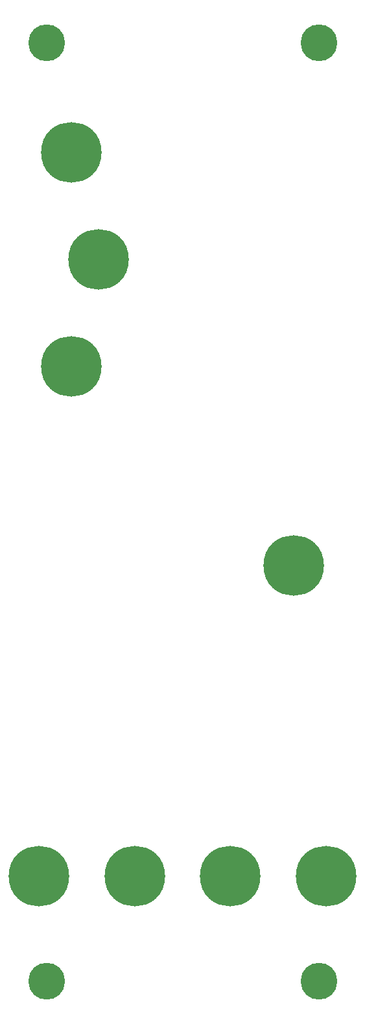
<source format=gbr>
G04 #@! TF.GenerationSoftware,KiCad,Pcbnew,5.1.10-88a1d61d58~88~ubuntu20.04.1*
G04 #@! TF.CreationDate,2021-04-30T11:29:13-07:00*
G04 #@! TF.ProjectId,foundationPanel,666f756e-6461-4746-996f-6e50616e656c,rev?*
G04 #@! TF.SameCoordinates,Original*
G04 #@! TF.FileFunction,Copper,L2,Bot*
G04 #@! TF.FilePolarity,Positive*
%FSLAX46Y46*%
G04 Gerber Fmt 4.6, Leading zero omitted, Abs format (unit mm)*
G04 Created by KiCad (PCBNEW 5.1.10-88a1d61d58~88~ubuntu20.04.1) date 2021-04-30 11:29:13*
%MOMM*%
%LPD*%
G01*
G04 APERTURE LIST*
G04 #@! TA.AperFunction,ComponentPad*
%ADD10C,7.900000*%
G04 #@! TD*
G04 #@! TA.AperFunction,ComponentPad*
%ADD11C,4.800000*%
G04 #@! TD*
G04 APERTURE END LIST*
D10*
X42750000Y7500000D03*
X13000000Y88000000D03*
X9500000Y74000000D03*
X38500000Y48000000D03*
X5250000Y7500000D03*
X17750000Y7500000D03*
X30250000Y7500000D03*
X9500000Y102000000D03*
D11*
X41810000Y116250000D03*
X41810000Y-6250000D03*
X6250000Y116250000D03*
X6250000Y-6250000D03*
M02*

</source>
